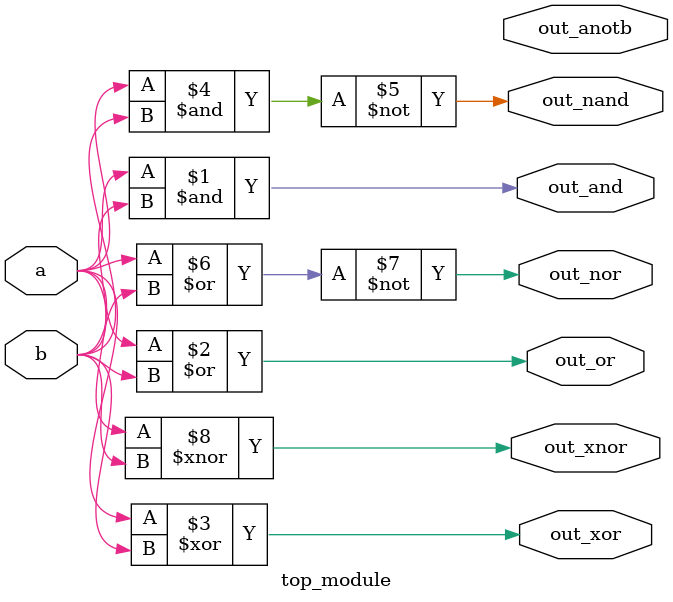
<source format=v>
module top_module( 
    input a, b,
    output out_and,
    output out_or,
    output out_xor,
    output out_nand,
    output out_nor,
    output out_xnor,
    output out_anotb
);
    assign out_and = a & b;
    assign out_or  = a | b;
    assign out_xor = a ^ b;
    assign out_nand = a ~& b;
    assign out_nor = a ~| b;
    assign out_xnor = a ~^ b;
    assign out_anot = a & ~b;

endmodule

</source>
